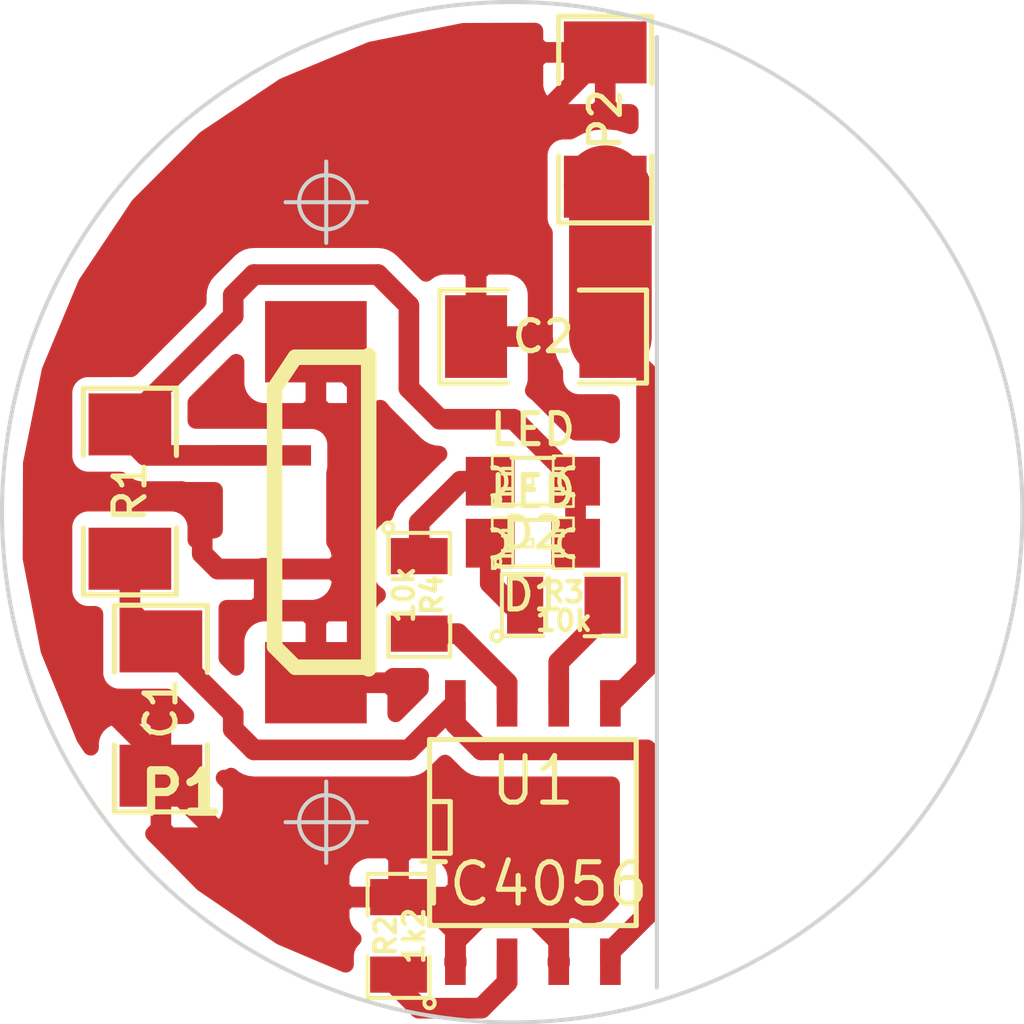
<source format=kicad_pcb>
(kicad_pcb (version 3) (host pcbnew "(22-Jun-2014 BZR 4027)-stable")

  (general
    (links 21)
    (no_connects 0)
    (area 11.384845 11.937999 42.23581 37.340439)
    (thickness 1.6)
    (drawings 4)
    (tracks 81)
    (zones 0)
    (modules 11)
    (nets 10)
  )

  (page A4 portrait)
  (title_block 
    (title TP4056)
  )

  (layers
    (15 F.Cu signal)
    (0 B.Cu signal)
    (16 B.Adhes user)
    (17 F.Adhes user)
    (18 B.Paste user)
    (19 F.Paste user)
    (20 B.SilkS user)
    (21 F.SilkS user)
    (22 B.Mask user)
    (23 F.Mask user)
    (24 Dwgs.User user)
    (25 Cmts.User user)
    (26 Eco1.User user)
    (27 Eco2.User user)
    (28 Edge.Cuts user)
  )

  (setup
    (last_trace_width 2.032)
    (user_trace_width 0.508)
    (user_trace_width 1.016)
    (user_trace_width 2.032)
    (trace_clearance 0.254)
    (zone_clearance 0.4)
    (zone_45_only no)
    (trace_min 0.254)
    (segment_width 0.2)
    (edge_width 0.1)
    (via_size 0.889)
    (via_drill 0.635)
    (via_min_size 0.889)
    (via_min_drill 0.508)
    (uvia_size 0.508)
    (uvia_drill 0.127)
    (uvias_allowed no)
    (uvia_min_size 0.508)
    (uvia_min_drill 0.127)
    (pcb_text_width 0.3)
    (pcb_text_size 1.5 1.5)
    (mod_edge_width 0.15)
    (mod_text_size 1 1)
    (mod_text_width 0.15)
    (pad_size 2.49936 1.99898)
    (pad_drill 0)
    (pad_to_mask_clearance 0)
    (aux_axis_origin 0 0)
    (visible_elements FFFFFFAF)
    (pcbplotparams
      (layerselection 32768)
      (usegerberextensions false)
      (excludeedgelayer true)
      (linewidth 0.150000)
      (plotframeref false)
      (viasonmask false)
      (mode 1)
      (useauxorigin false)
      (hpglpennumber 1)
      (hpglpenspeed 20)
      (hpglpendiameter 15)
      (hpglpenoverlay 2)
      (psnegative true)
      (psa4output false)
      (plotreference true)
      (plotvalue true)
      (plotothertext true)
      (plotinvisibletext false)
      (padsonsilk false)
      (subtractmaskfromsilk false)
      (outputformat 2)
      (mirror true)
      (drillshape 0)
      (scaleselection 1)
      (outputdirectory ""))
  )

  (net 0 "")
  (net 1 +5V)
  (net 2 GND)
  (net 3 N-000001)
  (net 4 N-000002)
  (net 5 N-000003)
  (net 6 N-000004)
  (net 7 N-000005)
  (net 8 N-000006)
  (net 9 N-000007)

  (net_class Default "This is the default net class."
    (clearance 0.254)
    (trace_width 0.254)
    (via_dia 0.889)
    (via_drill 0.635)
    (uvia_dia 0.508)
    (uvia_drill 0.127)
    (add_net "")
    (add_net +5V)
    (add_net GND)
    (add_net N-000001)
    (add_net N-000002)
    (add_net N-000003)
    (add_net N-000004)
    (add_net N-000005)
    (add_net N-000006)
    (add_net N-000007)
  )

  (net_class 0.508 ""
    (clearance 0.508)
    (trace_width 0.508)
    (via_dia 0.889)
    (via_drill 0.635)
    (uvia_dia 0.508)
    (uvia_drill 0.127)
  )

  (module USB_MICRO_V (layer F.Cu) (tedit 57809E31) (tstamp 577D5930)
    (at 16.51 24.638)
    (descr "USB Mini-B 5-pin SMD connector")
    (tags "USB, Mini-B, connector")
    (path /577D516B)
    (fp_text reference P1 (at 0 6.90118) (layer F.SilkS)
      (effects (font (size 1.016 1.016) (thickness 0.2032)))
    )
    (fp_text value MicroUSB (at 0 -7.0993) (layer F.SilkS) hide
      (effects (font (size 1.016 1.016) (thickness 0.2032)))
    )
    (fp_line (start 4.572 -3.81) (end 2.794 -3.81) (layer F.SilkS) (width 0.381))
    (fp_line (start 2.794 -3.81) (end 2.286 -3.048) (layer F.SilkS) (width 0.381))
    (fp_line (start 2.286 -3.048) (end 2.286 3.302) (layer F.SilkS) (width 0.381))
    (fp_line (start 2.286 3.302) (end 2.794 3.81) (layer F.SilkS) (width 0.381))
    (fp_line (start 2.794 3.81) (end 4.572 3.81) (layer F.SilkS) (width 0.381))
    (fp_line (start 4.59994 3.85064) (end 4.59994 -3.85064) (layer F.SilkS) (width 0.381))
    (pad 1 smd rect (at 2.032 -1.397) (size 2.30124 0.50038)
      (layers F.Cu F.Paste F.Mask)
      (net 7 N-000005)
    )
    (pad 5 smd rect (at 2.032 1.397) (size 2.30124 0.50038)
      (layers F.Cu F.Paste F.Mask)
      (net 2 GND)
    )
    (pad 6 smd rect (at 3.302 -4.191) (size 2.49936 1.99898)
      (layers F.Cu F.Paste F.Mask)
      (net 2 GND)
    )
    (pad 8 smd rect (at 3.302 4.191) (size 2.49936 1.99898)
      (layers F.Cu F.Paste F.Mask)
      (net 2 GND)
    )
  )

  (module SO8N (layer F.Cu) (tedit 45127296) (tstamp 577D4EC4)
    (at 25.146 32.512)
    (descr "Module CMS SOJ 8 pins large")
    (tags "CMS SOJ")
    (path /577CCBE4)
    (attr smd)
    (fp_text reference U1 (at 0 -1.27) (layer F.SilkS)
      (effects (font (size 1.143 1.016) (thickness 0.127)))
    )
    (fp_text value TC4056 (at 0 1.27) (layer F.SilkS)
      (effects (font (size 1.016 1.016) (thickness 0.127)))
    )
    (fp_line (start -2.54 -2.286) (end 2.54 -2.286) (layer F.SilkS) (width 0.127))
    (fp_line (start 2.54 -2.286) (end 2.54 2.286) (layer F.SilkS) (width 0.127))
    (fp_line (start 2.54 2.286) (end -2.54 2.286) (layer F.SilkS) (width 0.127))
    (fp_line (start -2.54 2.286) (end -2.54 -2.286) (layer F.SilkS) (width 0.127))
    (fp_line (start -2.54 -0.762) (end -2.032 -0.762) (layer F.SilkS) (width 0.127))
    (fp_line (start -2.032 -0.762) (end -2.032 0.508) (layer F.SilkS) (width 0.127))
    (fp_line (start -2.032 0.508) (end -2.54 0.508) (layer F.SilkS) (width 0.127))
    (pad 8 smd rect (at -1.905 -3.175) (size 0.508 1.143)
      (layers F.Cu F.Paste F.Mask)
      (net 1 +5V)
    )
    (pad 7 smd rect (at -0.635 -3.175) (size 0.508 1.143)
      (layers F.Cu F.Paste F.Mask)
      (net 4 N-000002)
    )
    (pad 6 smd rect (at 0.635 -3.175) (size 0.508 1.143)
      (layers F.Cu F.Paste F.Mask)
      (net 3 N-000001)
    )
    (pad 5 smd rect (at 1.905 -3.175) (size 0.508 1.143)
      (layers F.Cu F.Paste F.Mask)
      (net 9 N-000007)
    )
    (pad 4 smd rect (at 1.905 3.175) (size 0.508 1.143)
      (layers F.Cu F.Paste F.Mask)
      (net 1 +5V)
    )
    (pad 3 smd rect (at 0.635 3.175) (size 0.508 1.143)
      (layers F.Cu F.Paste F.Mask)
      (net 2 GND)
    )
    (pad 2 smd rect (at -0.635 3.175) (size 0.508 1.143)
      (layers F.Cu F.Paste F.Mask)
      (net 8 N-000006)
    )
    (pad 1 smd rect (at -1.905 3.175) (size 0.508 1.143)
      (layers F.Cu F.Paste F.Mask)
      (net 2 GND)
    )
    (model smd/cms_so8.wrl
      (at (xyz 0 0 0))
      (scale (xyz 0.5 0.38 0.5))
      (rotate (xyz 0 0 0))
    )
  )

  (module SM1206 (layer F.Cu) (tedit 42806E24) (tstamp 577D4ED0)
    (at 16.002 29.464 270)
    (path /577CD0FE)
    (attr smd)
    (fp_text reference C1 (at 0 0 270) (layer F.SilkS)
      (effects (font (size 0.762 0.762) (thickness 0.127)))
    )
    (fp_text value 10uF (at 0 0 270) (layer F.SilkS) hide
      (effects (font (size 0.762 0.762) (thickness 0.127)))
    )
    (fp_line (start -2.54 -1.143) (end -2.54 1.143) (layer F.SilkS) (width 0.127))
    (fp_line (start -2.54 1.143) (end -0.889 1.143) (layer F.SilkS) (width 0.127))
    (fp_line (start 0.889 -1.143) (end 2.54 -1.143) (layer F.SilkS) (width 0.127))
    (fp_line (start 2.54 -1.143) (end 2.54 1.143) (layer F.SilkS) (width 0.127))
    (fp_line (start 2.54 1.143) (end 0.889 1.143) (layer F.SilkS) (width 0.127))
    (fp_line (start -0.889 -1.143) (end -2.54 -1.143) (layer F.SilkS) (width 0.127))
    (pad 1 smd rect (at -1.651 0 270) (size 1.524 2.032)
      (layers F.Cu F.Paste F.Mask)
      (net 1 +5V)
    )
    (pad 2 smd rect (at 1.651 0 270) (size 1.524 2.032)
      (layers F.Cu F.Paste F.Mask)
      (net 2 GND)
    )
    (model smd/chip_cms.wrl
      (at (xyz 0 0 0))
      (scale (xyz 0.17 0.16 0.16))
      (rotate (xyz 0 0 0))
    )
  )

  (module SM1206 (layer F.Cu) (tedit 42806E24) (tstamp 577D4EDC)
    (at 25.4 20.32 180)
    (path /577CD10D)
    (attr smd)
    (fp_text reference C2 (at 0 0 180) (layer F.SilkS)
      (effects (font (size 0.762 0.762) (thickness 0.127)))
    )
    (fp_text value 10uf (at 0 0 180) (layer F.SilkS) hide
      (effects (font (size 0.762 0.762) (thickness 0.127)))
    )
    (fp_line (start -2.54 -1.143) (end -2.54 1.143) (layer F.SilkS) (width 0.127))
    (fp_line (start -2.54 1.143) (end -0.889 1.143) (layer F.SilkS) (width 0.127))
    (fp_line (start 0.889 -1.143) (end 2.54 -1.143) (layer F.SilkS) (width 0.127))
    (fp_line (start 2.54 -1.143) (end 2.54 1.143) (layer F.SilkS) (width 0.127))
    (fp_line (start 2.54 1.143) (end 0.889 1.143) (layer F.SilkS) (width 0.127))
    (fp_line (start -0.889 -1.143) (end -2.54 -1.143) (layer F.SilkS) (width 0.127))
    (pad 1 smd rect (at -1.651 0 180) (size 1.524 2.032)
      (layers F.Cu F.Paste F.Mask)
      (net 9 N-000007)
    )
    (pad 2 smd rect (at 1.651 0 180) (size 1.524 2.032)
      (layers F.Cu F.Paste F.Mask)
      (net 2 GND)
    )
    (model smd/chip_cms.wrl
      (at (xyz 0 0 0))
      (scale (xyz 0.17 0.16 0.16))
      (rotate (xyz 0 0 0))
    )
  )

  (module SM1206 (layer F.Cu) (tedit 42806E24) (tstamp 577D4EE8)
    (at 15.24 24.13 270)
    (path /577CD154)
    (attr smd)
    (fp_text reference R1 (at 0 0 270) (layer F.SilkS)
      (effects (font (size 0.762 0.762) (thickness 0.127)))
    )
    (fp_text value 0 (at 0 0 270) (layer F.SilkS) hide
      (effects (font (size 0.762 0.762) (thickness 0.127)))
    )
    (fp_line (start -2.54 -1.143) (end -2.54 1.143) (layer F.SilkS) (width 0.127))
    (fp_line (start -2.54 1.143) (end -0.889 1.143) (layer F.SilkS) (width 0.127))
    (fp_line (start 0.889 -1.143) (end 2.54 -1.143) (layer F.SilkS) (width 0.127))
    (fp_line (start 2.54 -1.143) (end 2.54 1.143) (layer F.SilkS) (width 0.127))
    (fp_line (start 2.54 1.143) (end 0.889 1.143) (layer F.SilkS) (width 0.127))
    (fp_line (start -0.889 -1.143) (end -2.54 -1.143) (layer F.SilkS) (width 0.127))
    (pad 1 smd rect (at -1.651 0 270) (size 1.524 2.032)
      (layers F.Cu F.Paste F.Mask)
      (net 7 N-000005)
    )
    (pad 2 smd rect (at 1.651 0 270) (size 1.524 2.032)
      (layers F.Cu F.Paste F.Mask)
      (net 1 +5V)
    )
    (model smd/chip_cms.wrl
      (at (xyz 0 0 0))
      (scale (xyz 0.17 0.16 0.16))
      (rotate (xyz 0 0 0))
    )
  )

  (module SM0805 (layer F.Cu) (tedit 5091495C) (tstamp 577D4EF5)
    (at 21.844 35.052 90)
    (path /577CD127)
    (attr smd)
    (fp_text reference R2 (at 0 -0.3175 90) (layer F.SilkS)
      (effects (font (size 0.50038 0.50038) (thickness 0.10922)))
    )
    (fp_text value 1k2 (at 0 0.381 90) (layer F.SilkS)
      (effects (font (size 0.50038 0.50038) (thickness 0.10922)))
    )
    (fp_circle (center -1.651 0.762) (end -1.651 0.635) (layer F.SilkS) (width 0.09906))
    (fp_line (start -0.508 0.762) (end -1.524 0.762) (layer F.SilkS) (width 0.09906))
    (fp_line (start -1.524 0.762) (end -1.524 -0.762) (layer F.SilkS) (width 0.09906))
    (fp_line (start -1.524 -0.762) (end -0.508 -0.762) (layer F.SilkS) (width 0.09906))
    (fp_line (start 0.508 -0.762) (end 1.524 -0.762) (layer F.SilkS) (width 0.09906))
    (fp_line (start 1.524 -0.762) (end 1.524 0.762) (layer F.SilkS) (width 0.09906))
    (fp_line (start 1.524 0.762) (end 0.508 0.762) (layer F.SilkS) (width 0.09906))
    (pad 1 smd rect (at -0.9525 0 90) (size 0.889 1.397)
      (layers F.Cu F.Paste F.Mask)
      (net 8 N-000006)
    )
    (pad 2 smd rect (at 0.9525 0 90) (size 0.889 1.397)
      (layers F.Cu F.Paste F.Mask)
      (net 2 GND)
    )
    (model smd/chip_cms.wrl
      (at (xyz 0 0 0))
      (scale (xyz 0.1 0.1 0.1))
      (rotate (xyz 0 0 0))
    )
  )

  (module SM0805 (layer F.Cu) (tedit 5091495C) (tstamp 577D4F02)
    (at 25.908 26.924)
    (path /577CD136)
    (attr smd)
    (fp_text reference R3 (at 0 -0.3175) (layer F.SilkS)
      (effects (font (size 0.50038 0.50038) (thickness 0.10922)))
    )
    (fp_text value 10k (at 0 0.381) (layer F.SilkS)
      (effects (font (size 0.50038 0.50038) (thickness 0.10922)))
    )
    (fp_circle (center -1.651 0.762) (end -1.651 0.635) (layer F.SilkS) (width 0.09906))
    (fp_line (start -0.508 0.762) (end -1.524 0.762) (layer F.SilkS) (width 0.09906))
    (fp_line (start -1.524 0.762) (end -1.524 -0.762) (layer F.SilkS) (width 0.09906))
    (fp_line (start -1.524 -0.762) (end -0.508 -0.762) (layer F.SilkS) (width 0.09906))
    (fp_line (start 0.508 -0.762) (end 1.524 -0.762) (layer F.SilkS) (width 0.09906))
    (fp_line (start 1.524 -0.762) (end 1.524 0.762) (layer F.SilkS) (width 0.09906))
    (fp_line (start 1.524 0.762) (end 0.508 0.762) (layer F.SilkS) (width 0.09906))
    (pad 1 smd rect (at -0.9525 0) (size 0.889 1.397)
      (layers F.Cu F.Paste F.Mask)
      (net 5 N-000003)
    )
    (pad 2 smd rect (at 0.9525 0) (size 0.889 1.397)
      (layers F.Cu F.Paste F.Mask)
      (net 3 N-000001)
    )
    (model smd/chip_cms.wrl
      (at (xyz 0 0 0))
      (scale (xyz 0.1 0.1 0.1))
      (rotate (xyz 0 0 0))
    )
  )

  (module SM0805 (layer F.Cu) (tedit 5091495C) (tstamp 577D4F0F)
    (at 22.352 26.67 270)
    (path /577CD145)
    (attr smd)
    (fp_text reference R4 (at 0 -0.3175 270) (layer F.SilkS)
      (effects (font (size 0.50038 0.50038) (thickness 0.10922)))
    )
    (fp_text value 10k (at 0 0.381 270) (layer F.SilkS)
      (effects (font (size 0.50038 0.50038) (thickness 0.10922)))
    )
    (fp_circle (center -1.651 0.762) (end -1.651 0.635) (layer F.SilkS) (width 0.09906))
    (fp_line (start -0.508 0.762) (end -1.524 0.762) (layer F.SilkS) (width 0.09906))
    (fp_line (start -1.524 0.762) (end -1.524 -0.762) (layer F.SilkS) (width 0.09906))
    (fp_line (start -1.524 -0.762) (end -0.508 -0.762) (layer F.SilkS) (width 0.09906))
    (fp_line (start 0.508 -0.762) (end 1.524 -0.762) (layer F.SilkS) (width 0.09906))
    (fp_line (start 1.524 -0.762) (end 1.524 0.762) (layer F.SilkS) (width 0.09906))
    (fp_line (start 1.524 0.762) (end 0.508 0.762) (layer F.SilkS) (width 0.09906))
    (pad 1 smd rect (at -0.9525 0 270) (size 0.889 1.397)
      (layers F.Cu F.Paste F.Mask)
      (net 6 N-000004)
    )
    (pad 2 smd rect (at 0.9525 0 270) (size 0.889 1.397)
      (layers F.Cu F.Paste F.Mask)
      (net 4 N-000002)
    )
    (model smd/chip_cms.wrl
      (at (xyz 0 0 0))
      (scale (xyz 0.1 0.1 0.1))
      (rotate (xyz 0 0 0))
    )
  )

  (module LED-0805 (layer F.Cu) (tedit 49DC4C0B) (tstamp 577E04BE)
    (at 25.146 23.876 180)
    (descr "LED 0805 smd package")
    (tags "LED 0805 SMD")
    (path /577E00D6)
    (attr smd)
    (fp_text reference D2 (at 0 -1.27 180) (layer F.SilkS)
      (effects (font (size 0.762 0.762) (thickness 0.127)))
    )
    (fp_text value LED (at 0 1.27 180) (layer F.SilkS)
      (effects (font (size 0.762 0.762) (thickness 0.127)))
    )
    (fp_line (start 0.49784 0.29972) (end 0.49784 0.62484) (layer F.SilkS) (width 0.06604))
    (fp_line (start 0.49784 0.62484) (end 0.99822 0.62484) (layer F.SilkS) (width 0.06604))
    (fp_line (start 0.99822 0.29972) (end 0.99822 0.62484) (layer F.SilkS) (width 0.06604))
    (fp_line (start 0.49784 0.29972) (end 0.99822 0.29972) (layer F.SilkS) (width 0.06604))
    (fp_line (start 0.49784 -0.32258) (end 0.49784 -0.17272) (layer F.SilkS) (width 0.06604))
    (fp_line (start 0.49784 -0.17272) (end 0.7493 -0.17272) (layer F.SilkS) (width 0.06604))
    (fp_line (start 0.7493 -0.32258) (end 0.7493 -0.17272) (layer F.SilkS) (width 0.06604))
    (fp_line (start 0.49784 -0.32258) (end 0.7493 -0.32258) (layer F.SilkS) (width 0.06604))
    (fp_line (start 0.49784 0.17272) (end 0.49784 0.32258) (layer F.SilkS) (width 0.06604))
    (fp_line (start 0.49784 0.32258) (end 0.7493 0.32258) (layer F.SilkS) (width 0.06604))
    (fp_line (start 0.7493 0.17272) (end 0.7493 0.32258) (layer F.SilkS) (width 0.06604))
    (fp_line (start 0.49784 0.17272) (end 0.7493 0.17272) (layer F.SilkS) (width 0.06604))
    (fp_line (start 0.49784 -0.19812) (end 0.49784 0.19812) (layer F.SilkS) (width 0.06604))
    (fp_line (start 0.49784 0.19812) (end 0.6731 0.19812) (layer F.SilkS) (width 0.06604))
    (fp_line (start 0.6731 -0.19812) (end 0.6731 0.19812) (layer F.SilkS) (width 0.06604))
    (fp_line (start 0.49784 -0.19812) (end 0.6731 -0.19812) (layer F.SilkS) (width 0.06604))
    (fp_line (start -0.99822 0.29972) (end -0.99822 0.62484) (layer F.SilkS) (width 0.06604))
    (fp_line (start -0.99822 0.62484) (end -0.49784 0.62484) (layer F.SilkS) (width 0.06604))
    (fp_line (start -0.49784 0.29972) (end -0.49784 0.62484) (layer F.SilkS) (width 0.06604))
    (fp_line (start -0.99822 0.29972) (end -0.49784 0.29972) (layer F.SilkS) (width 0.06604))
    (fp_line (start -0.99822 -0.62484) (end -0.99822 -0.29972) (layer F.SilkS) (width 0.06604))
    (fp_line (start -0.99822 -0.29972) (end -0.49784 -0.29972) (layer F.SilkS) (width 0.06604))
    (fp_line (start -0.49784 -0.62484) (end -0.49784 -0.29972) (layer F.SilkS) (width 0.06604))
    (fp_line (start -0.99822 -0.62484) (end -0.49784 -0.62484) (layer F.SilkS) (width 0.06604))
    (fp_line (start -0.7493 0.17272) (end -0.7493 0.32258) (layer F.SilkS) (width 0.06604))
    (fp_line (start -0.7493 0.32258) (end -0.49784 0.32258) (layer F.SilkS) (width 0.06604))
    (fp_line (start -0.49784 0.17272) (end -0.49784 0.32258) (layer F.SilkS) (width 0.06604))
    (fp_line (start -0.7493 0.17272) (end -0.49784 0.17272) (layer F.SilkS) (width 0.06604))
    (fp_line (start -0.7493 -0.32258) (end -0.7493 -0.17272) (layer F.SilkS) (width 0.06604))
    (fp_line (start -0.7493 -0.17272) (end -0.49784 -0.17272) (layer F.SilkS) (width 0.06604))
    (fp_line (start -0.49784 -0.32258) (end -0.49784 -0.17272) (layer F.SilkS) (width 0.06604))
    (fp_line (start -0.7493 -0.32258) (end -0.49784 -0.32258) (layer F.SilkS) (width 0.06604))
    (fp_line (start -0.6731 -0.19812) (end -0.6731 0.19812) (layer F.SilkS) (width 0.06604))
    (fp_line (start -0.6731 0.19812) (end -0.49784 0.19812) (layer F.SilkS) (width 0.06604))
    (fp_line (start -0.49784 -0.19812) (end -0.49784 0.19812) (layer F.SilkS) (width 0.06604))
    (fp_line (start -0.6731 -0.19812) (end -0.49784 -0.19812) (layer F.SilkS) (width 0.06604))
    (fp_line (start 0 -0.09906) (end 0 0.09906) (layer F.SilkS) (width 0.06604))
    (fp_line (start 0 0.09906) (end 0.19812 0.09906) (layer F.SilkS) (width 0.06604))
    (fp_line (start 0.19812 -0.09906) (end 0.19812 0.09906) (layer F.SilkS) (width 0.06604))
    (fp_line (start 0 -0.09906) (end 0.19812 -0.09906) (layer F.SilkS) (width 0.06604))
    (fp_line (start 0.49784 -0.59944) (end 0.49784 -0.29972) (layer F.SilkS) (width 0.06604))
    (fp_line (start 0.49784 -0.29972) (end 0.79756 -0.29972) (layer F.SilkS) (width 0.06604))
    (fp_line (start 0.79756 -0.59944) (end 0.79756 -0.29972) (layer F.SilkS) (width 0.06604))
    (fp_line (start 0.49784 -0.59944) (end 0.79756 -0.59944) (layer F.SilkS) (width 0.06604))
    (fp_line (start 0.92456 -0.62484) (end 0.92456 -0.39878) (layer F.SilkS) (width 0.06604))
    (fp_line (start 0.92456 -0.39878) (end 0.99822 -0.39878) (layer F.SilkS) (width 0.06604))
    (fp_line (start 0.99822 -0.62484) (end 0.99822 -0.39878) (layer F.SilkS) (width 0.06604))
    (fp_line (start 0.92456 -0.62484) (end 0.99822 -0.62484) (layer F.SilkS) (width 0.06604))
    (fp_line (start 0.52324 0.57404) (end -0.52324 0.57404) (layer F.SilkS) (width 0.1016))
    (fp_line (start -0.49784 -0.57404) (end 0.92456 -0.57404) (layer F.SilkS) (width 0.1016))
    (fp_circle (center 0.84836 -0.44958) (end 0.89916 -0.50038) (layer F.SilkS) (width 0.0508))
    (fp_arc (start 0.99822 0) (end 0.99822 0.34798) (angle 180) (layer F.SilkS) (width 0.1016))
    (fp_arc (start -0.99822 0) (end -0.99822 -0.34798) (angle 180) (layer F.SilkS) (width 0.1016))
    (pad 1 smd rect (at -1.04902 0 180) (size 1.19888 1.19888)
      (layers F.Cu F.Paste F.Mask)
      (net 7 N-000005)
    )
    (pad 2 smd rect (at 1.04902 0 180) (size 1.19888 1.19888)
      (layers F.Cu F.Paste F.Mask)
      (net 6 N-000004)
    )
  )

  (module LED-0805 (layer F.Cu) (tedit 49DC4C0B) (tstamp 577E04FB)
    (at 25.146 25.4 180)
    (descr "LED 0805 smd package")
    (tags "LED 0805 SMD")
    (path /577E00BA)
    (attr smd)
    (fp_text reference D1 (at 0 -1.27 180) (layer F.SilkS)
      (effects (font (size 0.762 0.762) (thickness 0.127)))
    )
    (fp_text value LED (at 0 1.27 180) (layer F.SilkS)
      (effects (font (size 0.762 0.762) (thickness 0.127)))
    )
    (fp_line (start 0.49784 0.29972) (end 0.49784 0.62484) (layer F.SilkS) (width 0.06604))
    (fp_line (start 0.49784 0.62484) (end 0.99822 0.62484) (layer F.SilkS) (width 0.06604))
    (fp_line (start 0.99822 0.29972) (end 0.99822 0.62484) (layer F.SilkS) (width 0.06604))
    (fp_line (start 0.49784 0.29972) (end 0.99822 0.29972) (layer F.SilkS) (width 0.06604))
    (fp_line (start 0.49784 -0.32258) (end 0.49784 -0.17272) (layer F.SilkS) (width 0.06604))
    (fp_line (start 0.49784 -0.17272) (end 0.7493 -0.17272) (layer F.SilkS) (width 0.06604))
    (fp_line (start 0.7493 -0.32258) (end 0.7493 -0.17272) (layer F.SilkS) (width 0.06604))
    (fp_line (start 0.49784 -0.32258) (end 0.7493 -0.32258) (layer F.SilkS) (width 0.06604))
    (fp_line (start 0.49784 0.17272) (end 0.49784 0.32258) (layer F.SilkS) (width 0.06604))
    (fp_line (start 0.49784 0.32258) (end 0.7493 0.32258) (layer F.SilkS) (width 0.06604))
    (fp_line (start 0.7493 0.17272) (end 0.7493 0.32258) (layer F.SilkS) (width 0.06604))
    (fp_line (start 0.49784 0.17272) (end 0.7493 0.17272) (layer F.SilkS) (width 0.06604))
    (fp_line (start 0.49784 -0.19812) (end 0.49784 0.19812) (layer F.SilkS) (width 0.06604))
    (fp_line (start 0.49784 0.19812) (end 0.6731 0.19812) (layer F.SilkS) (width 0.06604))
    (fp_line (start 0.6731 -0.19812) (end 0.6731 0.19812) (layer F.SilkS) (width 0.06604))
    (fp_line (start 0.49784 -0.19812) (end 0.6731 -0.19812) (layer F.SilkS) (width 0.06604))
    (fp_line (start -0.99822 0.29972) (end -0.99822 0.62484) (layer F.SilkS) (width 0.06604))
    (fp_line (start -0.99822 0.62484) (end -0.49784 0.62484) (layer F.SilkS) (width 0.06604))
    (fp_line (start -0.49784 0.29972) (end -0.49784 0.62484) (layer F.SilkS) (width 0.06604))
    (fp_line (start -0.99822 0.29972) (end -0.49784 0.29972) (layer F.SilkS) (width 0.06604))
    (fp_line (start -0.99822 -0.62484) (end -0.99822 -0.29972) (layer F.SilkS) (width 0.06604))
    (fp_line (start -0.99822 -0.29972) (end -0.49784 -0.29972) (layer F.SilkS) (width 0.06604))
    (fp_line (start -0.49784 -0.62484) (end -0.49784 -0.29972) (layer F.SilkS) (width 0.06604))
    (fp_line (start -0.99822 -0.62484) (end -0.49784 -0.62484) (layer F.SilkS) (width 0.06604))
    (fp_line (start -0.7493 0.17272) (end -0.7493 0.32258) (layer F.SilkS) (width 0.06604))
    (fp_line (start -0.7493 0.32258) (end -0.49784 0.32258) (layer F.SilkS) (width 0.06604))
    (fp_line (start -0.49784 0.17272) (end -0.49784 0.32258) (layer F.SilkS) (width 0.06604))
    (fp_line (start -0.7493 0.17272) (end -0.49784 0.17272) (layer F.SilkS) (width 0.06604))
    (fp_line (start -0.7493 -0.32258) (end -0.7493 -0.17272) (layer F.SilkS) (width 0.06604))
    (fp_line (start -0.7493 -0.17272) (end -0.49784 -0.17272) (layer F.SilkS) (width 0.06604))
    (fp_line (start -0.49784 -0.32258) (end -0.49784 -0.17272) (layer F.SilkS) (width 0.06604))
    (fp_line (start -0.7493 -0.32258) (end -0.49784 -0.32258) (layer F.SilkS) (width 0.06604))
    (fp_line (start -0.6731 -0.19812) (end -0.6731 0.19812) (layer F.SilkS) (width 0.06604))
    (fp_line (start -0.6731 0.19812) (end -0.49784 0.19812) (layer F.SilkS) (width 0.06604))
    (fp_line (start -0.49784 -0.19812) (end -0.49784 0.19812) (layer F.SilkS) (width 0.06604))
    (fp_line (start -0.6731 -0.19812) (end -0.49784 -0.19812) (layer F.SilkS) (width 0.06604))
    (fp_line (start 0 -0.09906) (end 0 0.09906) (layer F.SilkS) (width 0.06604))
    (fp_line (start 0 0.09906) (end 0.19812 0.09906) (layer F.SilkS) (width 0.06604))
    (fp_line (start 0.19812 -0.09906) (end 0.19812 0.09906) (layer F.SilkS) (width 0.06604))
    (fp_line (start 0 -0.09906) (end 0.19812 -0.09906) (layer F.SilkS) (width 0.06604))
    (fp_line (start 0.49784 -0.59944) (end 0.49784 -0.29972) (layer F.SilkS) (width 0.06604))
    (fp_line (start 0.49784 -0.29972) (end 0.79756 -0.29972) (layer F.SilkS) (width 0.06604))
    (fp_line (start 0.79756 -0.59944) (end 0.79756 -0.29972) (layer F.SilkS) (width 0.06604))
    (fp_line (start 0.49784 -0.59944) (end 0.79756 -0.59944) (layer F.SilkS) (width 0.06604))
    (fp_line (start 0.92456 -0.62484) (end 0.92456 -0.39878) (layer F.SilkS) (width 0.06604))
    (fp_line (start 0.92456 -0.39878) (end 0.99822 -0.39878) (layer F.SilkS) (width 0.06604))
    (fp_line (start 0.99822 -0.62484) (end 0.99822 -0.39878) (layer F.SilkS) (width 0.06604))
    (fp_line (start 0.92456 -0.62484) (end 0.99822 -0.62484) (layer F.SilkS) (width 0.06604))
    (fp_line (start 0.52324 0.57404) (end -0.52324 0.57404) (layer F.SilkS) (width 0.1016))
    (fp_line (start -0.49784 -0.57404) (end 0.92456 -0.57404) (layer F.SilkS) (width 0.1016))
    (fp_circle (center 0.84836 -0.44958) (end 0.89916 -0.50038) (layer F.SilkS) (width 0.0508))
    (fp_arc (start 0.99822 0) (end 0.99822 0.34798) (angle 180) (layer F.SilkS) (width 0.1016))
    (fp_arc (start -0.99822 0) (end -0.99822 -0.34798) (angle 180) (layer F.SilkS) (width 0.1016))
    (pad 1 smd rect (at -1.04902 0 180) (size 1.19888 1.19888)
      (layers F.Cu F.Paste F.Mask)
      (net 7 N-000005)
    )
    (pad 2 smd rect (at 1.04902 0 180) (size 1.19888 1.19888)
      (layers F.Cu F.Paste F.Mask)
      (net 5 N-000003)
    )
  )

  (module SM1206 (layer F.Cu) (tedit 42806E24) (tstamp 577E9C72)
    (at 26.924 14.986 90)
    (path /577E9BC5)
    (attr smd)
    (fp_text reference P2 (at 0 0 90) (layer F.SilkS)
      (effects (font (size 0.762 0.762) (thickness 0.127)))
    )
    (fp_text value BAT (at 0 0 90) (layer F.SilkS) hide
      (effects (font (size 0.762 0.762) (thickness 0.127)))
    )
    (fp_line (start -2.54 -1.143) (end -2.54 1.143) (layer F.SilkS) (width 0.127))
    (fp_line (start -2.54 1.143) (end -0.889 1.143) (layer F.SilkS) (width 0.127))
    (fp_line (start 0.889 -1.143) (end 2.54 -1.143) (layer F.SilkS) (width 0.127))
    (fp_line (start 2.54 -1.143) (end 2.54 1.143) (layer F.SilkS) (width 0.127))
    (fp_line (start 2.54 1.143) (end 0.889 1.143) (layer F.SilkS) (width 0.127))
    (fp_line (start -0.889 -1.143) (end -2.54 -1.143) (layer F.SilkS) (width 0.127))
    (pad 1 smd rect (at -1.651 0 90) (size 1.524 2.032)
      (layers F.Cu F.Paste F.Mask)
      (net 9 N-000007)
    )
    (pad 2 smd rect (at 1.651 0 90) (size 1.524 2.032)
      (layers F.Cu F.Paste F.Mask)
      (net 2 GND)
    )
    (model smd/chip_cms.wrl
      (at (xyz 0 0 0))
      (scale (xyz 0.17 0.16 0.16))
      (rotate (xyz 0 0 0))
    )
  )

  (target plus (at 20.066 32.258) (size 2) (width 0.1) (layer Edge.Cuts))
  (target plus (at 20.066 17.018) (size 2) (width 0.1) (layer Edge.Cuts))
  (gr_circle (center 24.638 24.638) (end 37.138 23.622) (layer Edge.Cuts) (width 0.1))
  (gr_line (start 28.194 12.954) (end 28.194 36.322) (angle 90) (layer Edge.Cuts) (width 0.1))

  (segment (start 23.241 29.337) (end 23.241 29.845) (width 0.508) (layer F.Cu) (net 1))
  (segment (start 27.051 35.433) (end 27.051 35.687) (width 0.508) (layer F.Cu) (net 1) (tstamp 578A488D))
  (segment (start 27.94 34.544) (end 27.051 35.433) (width 0.508) (layer F.Cu) (net 1) (tstamp 578A4889))
  (segment (start 27.94 30.48) (end 27.94 34.544) (width 0.508) (layer F.Cu) (net 1) (tstamp 578A4885))
  (segment (start 23.876 30.48) (end 27.94 30.48) (width 0.508) (layer F.Cu) (net 1) (tstamp 578A487B))
  (segment (start 23.241 29.845) (end 23.876 30.48) (width 0.508) (layer F.Cu) (net 1) (tstamp 578A4867))
  (segment (start 15.24 25.781) (end 15.24 27.051) (width 0.508) (layer F.Cu) (net 1))
  (segment (start 15.24 27.051) (end 16.002 27.813) (width 0.508) (layer F.Cu) (net 1) (tstamp 577F49B3))
  (segment (start 16.002 27.813) (end 17.78 29.591) (width 0.508) (layer F.Cu) (net 1) (tstamp 577F48CE))
  (segment (start 17.78 29.591) (end 17.78 29.972) (width 0.508) (layer F.Cu) (net 1) (tstamp 577F48CF))
  (segment (start 17.78 29.972) (end 18.288 30.48) (width 0.508) (layer F.Cu) (net 1) (tstamp 577F48D3))
  (segment (start 18.288 30.48) (end 22.098 30.48) (width 0.508) (layer F.Cu) (net 1) (tstamp 577F48D6))
  (segment (start 22.098 30.48) (end 23.241 29.337) (width 0.508) (layer F.Cu) (net 1) (tstamp 577F48DA))
  (segment (start 13.462 24.13) (end 13.462 21.336) (width 0.508) (layer F.Cu) (net 2))
  (segment (start 18.034 16.764) (end 23.749 16.764) (width 0.508) (layer F.Cu) (net 2) (tstamp 578A49BF))
  (segment (start 13.462 21.336) (end 18.034 16.764) (width 0.508) (layer F.Cu) (net 2) (tstamp 578A49BC))
  (segment (start 23.749 20.32) (end 23.749 16.764) (width 0.508) (layer F.Cu) (net 2) (status 400000))
  (segment (start 23.749 16.764) (end 23.749 16.51) (width 0.508) (layer F.Cu) (net 2) (tstamp 578A49C4))
  (segment (start 23.749 16.51) (end 26.924 13.335) (width 0.508) (layer F.Cu) (net 2) (tstamp 578A49A9) (status 800000))
  (segment (start 21.844 34.0995) (end 18.9865 34.0995) (width 0.508) (layer F.Cu) (net 2))
  (segment (start 18.9865 34.0995) (end 16.002 31.115) (width 0.508) (layer F.Cu) (net 2) (tstamp 578A4936))
  (segment (start 21.844 34.0995) (end 22.4155 34.0995) (width 0.508) (layer F.Cu) (net 2))
  (segment (start 23.241 34.925) (end 23.241 35.687) (width 0.508) (layer F.Cu) (net 2) (tstamp 578A492F))
  (segment (start 22.4155 34.0995) (end 23.241 34.925) (width 0.508) (layer F.Cu) (net 2) (tstamp 578A492D))
  (segment (start 25.781 35.687) (end 25.781 35.179) (width 0.508) (layer F.Cu) (net 2))
  (segment (start 23.241 35.179) (end 23.241 35.687) (width 0.508) (layer F.Cu) (net 2) (tstamp 578A4929))
  (segment (start 23.876 34.544) (end 23.241 35.179) (width 0.508) (layer F.Cu) (net 2) (tstamp 578A4924))
  (segment (start 25.146 34.544) (end 23.876 34.544) (width 0.508) (layer F.Cu) (net 2) (tstamp 578A4922))
  (segment (start 25.781 35.179) (end 25.146 34.544) (width 0.508) (layer F.Cu) (net 2) (tstamp 578A491F))
  (segment (start 18.542 26.035) (end 20.828 26.035) (width 0.508) (layer F.Cu) (net 2))
  (segment (start 20.828 26.035) (end 20.828 26.162) (width 0.508) (layer F.Cu) (net 2) (tstamp 57809EF0))
  (segment (start 13.462 24.13) (end 16.51 24.13) (width 0.508) (layer F.Cu) (net 2))
  (segment (start 17.399 26.035) (end 18.542 26.035) (width 0.508) (layer F.Cu) (net 2) (tstamp 57809EEC))
  (segment (start 17.018 25.654) (end 17.399 26.035) (width 0.508) (layer F.Cu) (net 2) (tstamp 57809EE9))
  (segment (start 17.018 24.638) (end 17.018 25.654) (width 0.508) (layer F.Cu) (net 2) (tstamp 57809EE5))
  (segment (start 16.51 24.13) (end 17.018 24.638) (width 0.508) (layer F.Cu) (net 2) (tstamp 57809EE2))
  (segment (start 20.828 26.162) (end 20.828 21.463) (width 0.508) (layer F.Cu) (net 2))
  (segment (start 20.828 21.463) (end 19.812 20.447) (width 0.508) (layer F.Cu) (net 2) (tstamp 577F4ADE))
  (segment (start 19.939 28.829) (end 20.828 27.94) (width 0.508) (layer F.Cu) (net 2) (tstamp 577F4A8C))
  (segment (start 19.812 28.829) (end 19.939 28.829) (width 0.508) (layer F.Cu) (net 2))
  (segment (start 20.828 27.94) (end 20.828 26.162) (width 0.508) (layer F.Cu) (net 2) (tstamp 577F4A8D))
  (segment (start 16.002 31.115) (end 16.002 30.734) (width 0.508) (layer F.Cu) (net 2))
  (segment (start 16.002 30.734) (end 13.462 28.194) (width 0.508) (layer F.Cu) (net 2) (tstamp 577F49C5))
  (segment (start 13.462 28.194) (end 13.462 24.13) (width 0.508) (layer F.Cu) (net 2) (tstamp 577F49CB))
  (segment (start 26.8605 26.924) (end 26.8605 27.2415) (width 0.508) (layer F.Cu) (net 3))
  (segment (start 25.781 28.321) (end 25.781 29.337) (width 0.508) (layer F.Cu) (net 3) (tstamp 577F5B38))
  (segment (start 26.8605 27.2415) (end 25.781 28.321) (width 0.508) (layer F.Cu) (net 3) (tstamp 577F5B36))
  (segment (start 22.352 27.6225) (end 23.3045 27.6225) (width 0.508) (layer F.Cu) (net 4))
  (segment (start 24.511 28.829) (end 24.511 29.337) (width 0.508) (layer F.Cu) (net 4) (tstamp 577F5B2B))
  (segment (start 23.3045 27.6225) (end 24.511 28.829) (width 0.508) (layer F.Cu) (net 4) (tstamp 577F5B2A))
  (segment (start 24.9555 26.924) (end 24.638 26.924) (width 0.508) (layer F.Cu) (net 5))
  (segment (start 24.09698 26.38298) (end 24.09698 25.4) (width 0.508) (layer F.Cu) (net 5) (tstamp 577F5B33))
  (segment (start 24.638 26.924) (end 24.09698 26.38298) (width 0.508) (layer F.Cu) (net 5) (tstamp 577F5B32))
  (segment (start 22.352 25.7175) (end 22.352 24.892) (width 0.508) (layer F.Cu) (net 6))
  (segment (start 23.368 23.876) (end 24.09698 23.876) (width 0.508) (layer F.Cu) (net 6) (tstamp 577F5B2F))
  (segment (start 22.352 24.892) (end 23.368 23.876) (width 0.508) (layer F.Cu) (net 6) (tstamp 577F5B2E))
  (segment (start 15.24 22.479) (end 15.24 22.859998) (width 0.508) (layer F.Cu) (net 7))
  (segment (start 15.621002 23.241) (end 18.542 23.241) (width 0.508) (layer F.Cu) (net 7) (tstamp 57809EB6))
  (segment (start 15.24 22.859998) (end 15.621002 23.241) (width 0.508) (layer F.Cu) (net 7) (tstamp 57809EA6))
  (segment (start 15.24 22.479) (end 15.24 22.352) (width 0.508) (layer F.Cu) (net 7))
  (segment (start 24.67102 22.352) (end 26.19502 23.876) (width 0.508) (layer F.Cu) (net 7) (tstamp 577F49A6))
  (segment (start 22.86 22.352) (end 24.67102 22.352) (width 0.508) (layer F.Cu) (net 7) (tstamp 577F49A3))
  (segment (start 22.098 21.59) (end 22.86 22.352) (width 0.508) (layer F.Cu) (net 7) (tstamp 577F49A1))
  (segment (start 22.098 19.558) (end 22.098 21.59) (width 0.508) (layer F.Cu) (net 7) (tstamp 577F499E))
  (segment (start 21.336 18.796) (end 22.098 19.558) (width 0.508) (layer F.Cu) (net 7) (tstamp 577F4999))
  (segment (start 18.288 18.796) (end 21.336 18.796) (width 0.508) (layer F.Cu) (net 7) (tstamp 577F4997))
  (segment (start 17.78 19.304) (end 18.288 18.796) (width 0.508) (layer F.Cu) (net 7) (tstamp 577F4994))
  (segment (start 17.78 19.812) (end 17.78 19.304) (width 0.508) (layer F.Cu) (net 7) (tstamp 577F4992))
  (segment (start 15.24 22.352) (end 17.78 19.812) (width 0.508) (layer F.Cu) (net 7) (tstamp 577F4987))
  (segment (start 26.19502 23.876) (end 26.19502 25.654) (width 0.508) (layer F.Cu) (net 7) (tstamp 577E9FAC))
  (segment (start 26.19502 23.876) (end 26.19502 25.654) (width 0.254) (layer F.Cu) (net 7) (tstamp 577E9F86))
  (segment (start 21.844 36.0045) (end 21.844 36.322) (width 0.508) (layer F.Cu) (net 8))
  (segment (start 24.511 36.195) (end 24.511 35.687) (width 0.508) (layer F.Cu) (net 8) (tstamp 578A4915))
  (segment (start 23.876 36.83) (end 24.511 36.195) (width 0.508) (layer F.Cu) (net 8) (tstamp 578A4911))
  (segment (start 22.352 36.83) (end 23.876 36.83) (width 0.508) (layer F.Cu) (net 8) (tstamp 578A490B))
  (segment (start 21.844 36.322) (end 22.352 36.83) (width 0.508) (layer F.Cu) (net 8) (tstamp 578A490A))
  (segment (start 27.051 20.32) (end 27.051 16.764) (width 2.032) (layer F.Cu) (net 9) (status C00000))
  (segment (start 27.051 16.764) (end 26.924 16.637) (width 2.032) (layer F.Cu) (net 9) (tstamp 578A49EC) (status C00000))
  (segment (start 27.051 29.337) (end 27.94 28.448) (width 0.508) (layer F.Cu) (net 9))
  (segment (start 27.94 21.209) (end 27.051 20.32) (width 0.508) (layer F.Cu) (net 9) (tstamp 577EA111))
  (segment (start 27.94 28.448) (end 27.94 21.209) (width 0.508) (layer F.Cu) (net 9) (tstamp 577EA109))

  (zone (net 2) (net_name GND) (layer F.Cu) (tstamp 577F4BB3) (hatch none 0.508)
    (connect_pads (clearance 0.4))
    (min_thickness 0.4)
    (fill (mode segment) (arc_segments 32) (thermal_gap 0.508) (thermal_bridge_width 0.508))
    (polygon
      (pts
        (xy 28.194 37.084) (xy 12.192 37.084) (xy 12.192 12.192) (xy 28.194 12.192)
      )
    )
    (filled_polygon
      (pts
        (xy 22.845238 23.205598) (xy 22.834267 23.214546) (xy 22.77262 23.263759) (xy 22.766371 23.269921) (xy 22.766242 23.270027)
        (xy 22.766142 23.270147) (xy 22.76413 23.272132) (xy 21.748131 24.288131) (xy 21.698053 24.349096) (xy 21.647353 24.409518)
        (xy 21.64519 24.413451) (xy 21.642339 24.416923) (xy 21.605069 24.486431) (xy 21.567058 24.555574) (xy 21.565698 24.559858)
        (xy 21.563579 24.563812) (xy 21.540533 24.639191) (xy 21.52547 24.686675) (xy 21.479242 24.695829) (xy 21.370454 24.740668)
        (xy 21.272447 24.805783) (xy 21.188955 24.888695) (xy 21.123157 24.986244) (xy 21.077559 25.094717) (xy 21.053899 25.209979)
        (xy 21.053078 25.327643) (xy 21.053474 26.220833) (xy 21.076329 26.336258) (xy 21.121168 26.445046) (xy 21.186283 26.543053)
        (xy 21.269195 26.626545) (xy 21.333724 26.67007) (xy 21.272447 26.710783) (xy 21.188955 26.793695) (xy 21.123157 26.891244)
        (xy 21.077559 26.999717) (xy 21.053899 27.114979) (xy 21.053853 27.121482) (xy 20.401117 27.1215) (xy 20.401117 26.220712)
        (xy 20.40062 26.266) (xy 20.22362 26.089) (xy 18.596 26.089) (xy 18.596 26.81619) (xy 18.773 26.99319)
        (xy 19.762043 26.99322) (xy 19.898245 26.966251) (xy 20.026614 26.913341) (xy 20.142262 26.836505) (xy 20.240783 26.73867)
        (xy 20.318424 26.623561) (xy 20.372229 26.495564) (xy 20.400148 26.359554) (xy 20.401117 26.220712) (xy 20.401117 27.1215)
        (xy 20.043 27.12151) (xy 19.866 27.29851) (xy 19.866 28.775) (xy 21.59268 28.775) (xy 21.700312 28.667367)
        (xy 21.708143 28.667422) (xy 22.394635 28.667227) (xy 22.387399 28.702479) (xy 22.386578 28.820143) (xy 22.386634 28.983627)
        (xy 21.770061 29.6002) (xy 21.76968 29.06) (xy 21.59268 28.883) (xy 19.866 28.883) (xy 19.866 28.903)
        (xy 19.758 28.903) (xy 19.758 28.883) (xy 19.738 28.883) (xy 19.738 28.775) (xy 19.758 28.775)
        (xy 19.758 27.29851) (xy 19.581 27.12151) (xy 18.492897 27.12148) (xy 18.356695 27.148449) (xy 18.228326 27.201359)
        (xy 18.112678 27.278195) (xy 18.014157 27.37603) (xy 17.936516 27.491139) (xy 17.882711 27.619136) (xy 17.854792 27.755146)
        (xy 17.853823 27.893988) (xy 17.85422 28.457482) (xy 17.618344 28.221606) (xy 17.618026 26.993211) (xy 18.311 26.99319)
        (xy 18.488 26.81619) (xy 18.488 26.089) (xy 18.468 26.089) (xy 18.468 25.981) (xy 18.488 25.981)
        (xy 18.488 25.961) (xy 18.596 25.961) (xy 18.596 25.981) (xy 20.22362 25.981) (xy 20.40062 25.804)
        (xy 20.401117 25.849288) (xy 20.400148 25.710446) (xy 20.372229 25.574436) (xy 20.318424 25.446439) (xy 20.266 25.368716)
        (xy 20.266 23.675565) (xy 20.268561 23.669473) (xy 20.292221 23.554211) (xy 20.293042 23.436547) (xy 20.292646 22.931977)
        (xy 20.269791 22.816552) (xy 20.224952 22.707764) (xy 20.159837 22.609757) (xy 20.076925 22.526265) (xy 19.979376 22.460467)
        (xy 19.870903 22.414869) (xy 19.755641 22.391209) (xy 19.637977 22.390388) (xy 18.585 22.390568) (xy 18.553924 22.387083)
        (xy 18.542 22.387) (xy 16.856214 22.387) (xy 16.856099 21.943638) (xy 17.854131 20.945607) (xy 17.853823 21.382012)
        (xy 17.854792 21.520854) (xy 17.882711 21.656864) (xy 17.936516 21.784861) (xy 18.014157 21.89997) (xy 18.112678 21.997805)
        (xy 18.228326 22.074641) (xy 18.356695 22.127551) (xy 18.492897 22.15452) (xy 19.581 22.15449) (xy 19.758 21.97749)
        (xy 19.758 20.501) (xy 19.738 20.501) (xy 19.738 20.393) (xy 19.758 20.393) (xy 19.758 20.373)
        (xy 19.866 20.373) (xy 19.866 20.393) (xy 19.886 20.393) (xy 19.886 20.501) (xy 19.866 20.501)
        (xy 19.866 21.97749) (xy 20.043 22.15449) (xy 21.131103 22.15452) (xy 21.267305 22.127551) (xy 21.395674 22.074641)
        (xy 21.396215 22.074281) (xy 21.436537 22.12372) (xy 21.485758 22.185379) (xy 21.491921 22.191628) (xy 21.492027 22.191758)
        (xy 21.492146 22.191857) (xy 21.494131 22.193869) (xy 22.25613 22.955869) (xy 22.317093 23.005944) (xy 22.377518 23.056647)
        (xy 22.381455 23.058811) (xy 22.384923 23.06166) (xy 22.45441 23.098919) (xy 22.523574 23.136942) (xy 22.527855 23.1383)
        (xy 22.531811 23.140421) (xy 22.607205 23.163471) (xy 22.682443 23.187338) (xy 22.686908 23.187838) (xy 22.6912 23.189151)
        (xy 22.769607 23.197115) (xy 22.845238 23.205598)
      )
    )
    (filled_polygon
      (pts
        (xy 23.315 35.741) (xy 23.295 35.741) (xy 23.295 35.761) (xy 23.187 35.761) (xy 23.187 35.741)
        (xy 23.167 35.741) (xy 23.167 35.633) (xy 23.187 35.633) (xy 23.187 35.613) (xy 23.295 35.613)
        (xy 23.295 35.633) (xy 23.315 35.633) (xy 23.315 35.741)
      )
    )
    (filled_polygon
      (pts
        (xy 27.544 15.144779) (xy 27.243414 15.052881) (xy 26.929641 15.02101) (xy 26.87 15.026647) (xy 26.87 14.628)
        (xy 26.87 13.389) (xy 25.377 13.389) (xy 25.2 13.566) (xy 25.19997 14.166423) (xy 25.226939 14.302625)
        (xy 25.279849 14.430994) (xy 25.356685 14.546642) (xy 25.45452 14.645163) (xy 25.569629 14.722804) (xy 25.697626 14.776609)
        (xy 25.833636 14.804528) (xy 25.972478 14.805497) (xy 26.693 14.805) (xy 26.87 14.628) (xy 26.87 15.026647)
        (xy 26.615653 15.05069) (xy 26.313409 15.140793) (xy 26.05899 15.274933) (xy 25.849167 15.274974) (xy 25.733742 15.297829)
        (xy 25.624954 15.342668) (xy 25.526947 15.407783) (xy 25.443455 15.490695) (xy 25.377657 15.588244) (xy 25.332059 15.696717)
        (xy 25.308399 15.811979) (xy 25.307578 15.929643) (xy 25.307974 17.457833) (xy 25.330829 17.573258) (xy 25.375668 17.682046)
        (xy 25.435 17.771348) (xy 25.435 20.32) (xy 25.465776 20.633883) (xy 25.556934 20.93581) (xy 25.688933 21.184065)
        (xy 25.688974 21.394833) (xy 25.711829 21.510258) (xy 25.756668 21.619046) (xy 25.821783 21.717053) (xy 25.904695 21.800545)
        (xy 26.002244 21.866343) (xy 26.110717 21.911941) (xy 26.225979 21.935601) (xy 26.343643 21.936422) (xy 27.086 21.936229)
        (xy 27.086 22.749443) (xy 27.081216 22.746217) (xy 26.972743 22.700619) (xy 26.857481 22.676959) (xy 26.739817 22.676138)
        (xy 26.203073 22.676314) (xy 25.274889 21.748131) (xy 25.213923 21.698053) (xy 25.153502 21.647353) (xy 25.149568 21.64519)
        (xy 25.149198 21.644886) (xy 25.190609 21.546374) (xy 25.218528 21.410364) (xy 25.219497 21.271522) (xy 25.219497 19.368478)
        (xy 25.218528 19.229636) (xy 25.190609 19.093626) (xy 25.136804 18.965629) (xy 25.059163 18.85052) (xy 24.960642 18.752685)
        (xy 24.844994 18.675849) (xy 24.716625 18.622939) (xy 24.580423 18.59597) (xy 23.98 18.596) (xy 23.803 18.773)
        (xy 23.803 20.266) (xy 25.042 20.266) (xy 25.219 20.089) (xy 25.219497 19.368478) (xy 25.219497 21.271522)
        (xy 25.219 20.551) (xy 25.042 20.374) (xy 23.803 20.374) (xy 23.803 20.394) (xy 23.695 20.394)
        (xy 23.695 20.374) (xy 23.675 20.374) (xy 23.675 20.266) (xy 23.695 20.266) (xy 23.695 18.773)
        (xy 23.518 18.596) (xy 22.917577 18.59597) (xy 22.781375 18.622939) (xy 22.653006 18.675849) (xy 22.537358 18.752685)
        (xy 22.518826 18.771087) (xy 21.939869 18.192131) (xy 21.878903 18.142053) (xy 21.818482 18.091353) (xy 21.814548 18.08919)
        (xy 21.811077 18.086339) (xy 21.741568 18.049069) (xy 21.672426 18.011058) (xy 21.668141 18.009698) (xy 21.664188 18.007579)
        (xy 21.588808 17.984533) (xy 21.513557 17.960662) (xy 21.509091 17.960161) (xy 21.5048 17.958849) (xy 21.426352 17.95088)
        (xy 21.347924 17.942083) (xy 21.339146 17.942021) (xy 21.33898 17.942005) (xy 21.338824 17.942019) (xy 21.336 17.942)
        (xy 18.288 17.942) (xy 18.209482 17.949698) (xy 18.130905 17.956573) (xy 18.126592 17.957825) (xy 18.122124 17.958264)
        (xy 18.046639 17.981054) (xy 17.970851 18.003073) (xy 17.96686 18.005141) (xy 17.962566 18.006438) (xy 17.892964 18.043445)
        (xy 17.822878 18.079775) (xy 17.819366 18.082577) (xy 17.815404 18.084685) (xy 17.754301 18.134519) (xy 17.692621 18.183758)
        (xy 17.686367 18.189924) (xy 17.686242 18.190027) (xy 17.686146 18.190142) (xy 17.68413 18.192131) (xy 17.176131 18.700131)
        (xy 17.126053 18.761096) (xy 17.075353 18.821518) (xy 17.07319 18.825451) (xy 17.070339 18.828923) (xy 17.033069 18.898431)
        (xy 16.995058 18.967574) (xy 16.993698 18.971858) (xy 16.991579 18.975812) (xy 16.968533 19.051191) (xy 16.944662 19.126443)
        (xy 16.944161 19.130908) (xy 16.942849 19.1352) (xy 16.93488 19.213647) (xy 16.926083 19.292076) (xy 16.926021 19.300853)
        (xy 16.926005 19.30102) (xy 16.926019 19.301175) (xy 16.926 19.304) (xy 16.926 19.458261) (xy 15.267502 21.116759)
        (xy 14.165167 21.116974) (xy 14.049742 21.139829) (xy 13.940954 21.184668) (xy 13.842947 21.249783) (xy 13.759455 21.332695)
        (xy 13.693657 21.430244) (xy 13.648059 21.538717) (xy 13.624399 21.653979) (xy 13.623578 21.771643) (xy 13.623974 23.299833)
        (xy 13.646829 23.415258) (xy 13.691668 23.524046) (xy 13.756783 23.622053) (xy 13.839695 23.705545) (xy 13.937244 23.771343)
        (xy 14.045717 23.816941) (xy 14.160979 23.840601) (xy 14.278643 23.841422) (xy 15.013543 23.841279) (xy 15.017133 23.844869)
        (xy 15.078098 23.894946) (xy 15.13852 23.945647) (xy 15.142453 23.947809) (xy 15.145925 23.950661) (xy 15.215433 23.98793)
        (xy 15.284576 24.025942) (xy 15.28886 24.027301) (xy 15.292814 24.029421) (xy 15.368193 24.052466) (xy 15.443445 24.076338)
        (xy 15.44791 24.076838) (xy 15.452202 24.078151) (xy 15.530653 24.08612) (xy 15.609078 24.094917) (xy 15.617854 24.094978)
        (xy 15.618021 24.094995) (xy 15.618176 24.09498) (xy 15.621002 24.095) (xy 17.326 24.095) (xy 17.326 25.07678)
        (xy 17.321957 25.07678) (xy 17.185755 25.103749) (xy 17.057386 25.156659) (xy 16.941738 25.233495) (xy 16.856118 25.318517)
        (xy 16.856026 24.960167) (xy 16.833171 24.844742) (xy 16.788332 24.735954) (xy 16.723217 24.637947) (xy 16.640305 24.554455)
        (xy 16.542756 24.488657) (xy 16.434283 24.443059) (xy 16.319021 24.419399) (xy 16.201357 24.418578) (xy 14.165167 24.418974)
        (xy 14.049742 24.441829) (xy 13.940954 24.486668) (xy 13.842947 24.551783) (xy 13.759455 24.634695) (xy 13.693657 24.732244)
        (xy 13.648059 24.840717) (xy 13.624399 24.955979) (xy 13.623578 25.073643) (xy 13.623974 26.601833) (xy 13.646829 26.717258)
        (xy 13.691668 26.826046) (xy 13.756783 26.924053) (xy 13.839695 27.007545) (xy 13.937244 27.073343) (xy 14.045717 27.118941)
        (xy 14.160979 27.142601) (xy 14.278643 27.143422) (xy 14.385587 27.143401) (xy 14.385974 28.633833) (xy 14.408829 28.749258)
        (xy 14.453668 28.858046) (xy 14.518783 28.956053) (xy 14.601695 29.039545) (xy 14.699244 29.105343) (xy 14.807717 29.150941)
        (xy 14.922979 29.174601) (xy 15.040643 29.175422) (xy 16.156466 29.175204) (xy 16.62599 29.644728) (xy 16.233 29.645)
        (xy 16.056 29.822) (xy 16.056 31.061) (xy 16.076 31.061) (xy 16.076 31.169) (xy 16.056 31.169)
        (xy 16.056 32.408) (xy 16.233 32.585) (xy 16.953522 32.585497) (xy 17.092364 32.584528) (xy 17.228374 32.556609)
        (xy 17.356371 32.502804) (xy 17.47148 32.425163) (xy 17.569315 32.326642) (xy 17.646151 32.210994) (xy 17.699061 32.082625)
        (xy 17.72603 31.946423) (xy 17.726 31.346) (xy 17.549002 31.169002) (xy 17.726 31.169002) (xy 17.726 31.118261)
        (xy 17.74512 31.133967) (xy 17.805518 31.184647) (xy 17.809451 31.186809) (xy 17.812923 31.189661) (xy 17.882431 31.22693)
        (xy 17.951574 31.264942) (xy 17.955858 31.266301) (xy 17.959812 31.268421) (xy 18.035191 31.291466) (xy 18.110443 31.315338)
        (xy 18.114908 31.315838) (xy 18.1192 31.317151) (xy 18.197607 31.325115) (xy 18.276076 31.333917) (xy 18.284863 31.333978)
        (xy 18.285019 31.333994) (xy 18.285164 31.33398) (xy 18.288 31.334) (xy 22.098 31.334) (xy 22.176521 31.326301)
        (xy 22.255094 31.319427) (xy 22.259405 31.318174) (xy 22.263876 31.317736) (xy 22.339372 31.294941) (xy 22.415149 31.272927)
        (xy 22.419139 31.270858) (xy 22.423434 31.269562) (xy 22.493055 31.232543) (xy 22.563121 31.196225) (xy 22.56663 31.193423)
        (xy 22.570596 31.191315) (xy 22.63172 31.141462) (xy 22.693379 31.092242) (xy 22.699628 31.086078) (xy 22.699758 31.085973)
        (xy 22.699857 31.085853) (xy 22.701869 31.083869) (xy 22.986999 30.798738) (xy 23.27213 31.083869) (xy 23.333093 31.133944)
        (xy 23.393518 31.184647) (xy 23.397455 31.186811) (xy 23.400923 31.18966) (xy 23.470392 31.226908) (xy 23.539574 31.264942)
        (xy 23.543858 31.266301) (xy 23.547812 31.268421) (xy 23.623191 31.291466) (xy 23.698443 31.315338) (xy 23.702908 31.315838)
        (xy 23.7072 31.317151) (xy 23.785607 31.325115) (xy 23.864076 31.333917) (xy 23.872863 31.333978) (xy 23.873019 31.333994)
        (xy 23.873164 31.33398) (xy 23.876 31.334) (xy 27.086 31.334) (xy 27.086 34.190261) (xy 26.760805 34.515456)
        (xy 26.738167 34.515474) (xy 26.622742 34.538329) (xy 26.513954 34.583168) (xy 26.507845 34.587226) (xy 26.484642 34.564185)
        (xy 26.368994 34.487349) (xy 26.240625 34.434439) (xy 26.104423 34.40747) (xy 26.012 34.4075) (xy 25.835 34.5845)
        (xy 25.835 35.633) (xy 25.855 35.633) (xy 25.855 35.741) (xy 25.835 35.741) (xy 25.835 35.761)
        (xy 25.727 35.761) (xy 25.727 35.741) (xy 25.707 35.741) (xy 25.707 35.633) (xy 25.727 35.633)
        (xy 25.727 34.5845) (xy 25.55 34.4075) (xy 25.457577 34.40747) (xy 25.321375 34.434439) (xy 25.193006 34.487349)
        (xy 25.077358 34.564185) (xy 25.054425 34.586957) (xy 25.051756 34.585157) (xy 24.943283 34.539559) (xy 24.828021 34.515899)
        (xy 24.710357 34.515078) (xy 24.198167 34.515474) (xy 24.082742 34.538329) (xy 23.973954 34.583168) (xy 23.967845 34.587226)
        (xy 23.944642 34.564185) (xy 23.828994 34.487349) (xy 23.700625 34.434439) (xy 23.564423 34.40747) (xy 23.472 34.4075)
        (xy 23.295002 34.584498) (xy 23.295002 34.4075) (xy 23.25053 34.4075) (xy 23.25053 33.585577) (xy 23.223561 33.449375)
        (xy 23.170651 33.321006) (xy 23.093815 33.205358) (xy 22.99598 33.106837) (xy 22.880871 33.029196) (xy 22.752874 32.975391)
        (xy 22.616864 32.947472) (xy 22.478022 32.946503) (xy 22.075 32.947) (xy 21.898 33.124) (xy 21.898 34.0455)
        (xy 23.0735 34.0455) (xy 23.2505 33.8685) (xy 23.25053 33.585577) (xy 23.25053 34.4075) (xy 23.250508 34.4075)
        (xy 23.2505 34.3305) (xy 23.0735 34.1535) (xy 21.898 34.1535) (xy 21.898 34.1735) (xy 21.79 34.1735)
        (xy 21.79 34.1535) (xy 21.79 34.0455) (xy 21.79 33.124) (xy 21.613 32.947) (xy 21.209978 32.946503)
        (xy 21.071136 32.947472) (xy 20.935126 32.975391) (xy 20.807129 33.029196) (xy 20.69202 33.106837) (xy 20.594185 33.205358)
        (xy 20.517349 33.321006) (xy 20.464439 33.449375) (xy 20.43747 33.585577) (xy 20.4375 33.8685) (xy 20.6145 34.0455)
        (xy 21.79 34.0455) (xy 21.79 34.1535) (xy 20.6145 34.1535) (xy 20.4375 34.3305) (xy 20.43747 34.613423)
        (xy 20.464439 34.749625) (xy 20.517349 34.877994) (xy 20.594185 34.993642) (xy 20.69202 35.092163) (xy 20.735523 35.121505)
        (xy 20.680955 35.175695) (xy 20.615157 35.273244) (xy 20.569559 35.381717) (xy 20.545899 35.496979) (xy 20.545078 35.614643)
        (xy 20.54514 35.754894) (xy 18.946782 35.076432) (xy 17.72603 34.246809) (xy 17.027669 33.772204) (xy 15.814263 32.541736)
        (xy 15.948 32.408) (xy 15.948 31.169) (xy 15.928 31.169) (xy 15.928 31.061) (xy 15.948 31.061)
        (xy 15.948 29.822) (xy 15.771 29.645) (xy 15.050478 29.644503) (xy 14.911636 29.645472) (xy 14.775626 29.673391)
        (xy 14.647629 29.727196) (xy 14.53252 29.804837) (xy 14.434685 29.903358) (xy 14.357849 30.019006) (xy 14.304939 30.147375)
        (xy 14.27797 30.283577) (xy 14.277976 30.4208) (xy 14.121122 30.182919) (xy 13.244401 28.034578) (xy 12.803622 25.766962)
        (xy 12.811756 23.43673) (xy 13.270312 21.162548) (xy 14.161858 19.020746) (xy 15.452441 17.092896) (xy 17.092898 15.452439)
        (xy 19.020745 14.161859) (xy 21.162546 13.270313) (xy 23.436737 12.811756) (xy 25.199985 12.805601) (xy 25.2 13.104)
        (xy 25.377 13.281) (xy 26.87 13.281) (xy 26.87 13.261) (xy 26.978 13.261) (xy 26.978 13.281)
        (xy 26.998 13.281) (xy 26.998 13.389) (xy 26.978 13.389) (xy 26.978 14.628) (xy 27.155 14.805)
        (xy 27.544 14.805268) (xy 27.544 15.144779)
      )
    )
    (fill_segments
      (pts (xy 19.758 20.373) (xy 19.866 20.373))
      (pts (xy 19.758 20.693) (xy 19.866 20.693))
      (pts (xy 17.786738 21.013) (xy 17.854083 21.013))
      (pts (xy 19.758 21.013) (xy 19.866 21.013))
      (pts (xy 17.466738 21.333) (xy 17.853857 21.333))
      (pts (xy 19.758 21.333) (xy 19.866 21.333))
      (pts (xy 17.146738 21.653) (xy 17.881918 21.653))
      (pts (xy 19.758 21.653) (xy 19.866 21.653))
      (pts (xy 16.856106 21.973) (xy 18.0877 21.973))
      (pts (xy 19.758 21.973) (xy 19.866 21.973))
      (pts (xy 16.856189 22.293) (xy 21.593262 22.293))
      (pts (xy 20.161991 22.613) (xy 21.913262 22.613))
      (pts (xy 20.292646 22.933) (xy 22.233262 22.933))
      (pts (xy 20.292897 23.253) (xy 22.786097 23.253))
      (pts (xy 20.288365 23.573) (xy 22.463262 23.573))
      (pts (xy 20.266 23.893) (xy 22.143262 23.893))
      (pts (xy 20.266 24.213) (xy 21.823262 24.213))
      (pts (xy 20.266 24.533) (xy 21.579467 24.533))
      (pts (xy 20.266 24.853) (xy 21.224899 24.853))
      (pts (xy 20.266 25.173) (xy 21.061489 25.173))
      (pts (xy 20.337996 25.493) (xy 21.053152 25.493))
      (pts (xy 20.39162 25.813) (xy 20.400719 25.813))
      (pts (xy 20.400863 25.813) (xy 21.053294 25.813))
      (pts (xy 18.488 26.133) (xy 18.596 26.133))
      (pts (xy 20.26762 26.133) (xy 21.053436 26.133))
      (pts (xy 18.488 26.453) (xy 18.596 26.453))
      (pts (xy 20.380967 26.453) (xy 20.401117 26.453))
      (pts (xy 20.401117 26.453) (xy 21.126453 26.453))
      (pts (xy 18.488 26.773) (xy 18.596 26.773))
      (pts (xy 20.206213 26.773) (xy 20.401117 26.773))
      (pts (xy 20.401117 26.773) (xy 21.209794 26.773))
      (pts (xy 17.618051 27.093) (xy 20.401117 27.093))
      (pts (xy 20.401117 27.093) (xy 21.05841 27.093))
      (pts (xy 17.618134 27.413) (xy 17.98922 27.413))
      (pts (xy 19.758 27.413) (xy 19.866 27.413))
      (pts (xy 17.618217 27.733) (xy 17.859337 27.733))
      (pts (xy 19.758 27.733) (xy 19.866 27.733))
      (pts (xy 17.6183 28.053) (xy 17.853936 28.053))
      (pts (xy 19.758 28.053) (xy 19.866 28.053))
      (pts (xy 17.769738 28.373) (xy 17.854161 28.373))
      (pts (xy 19.758 28.373) (xy 19.866 28.373))
      (pts (xy 19.758 28.693) (xy 19.866 28.693))
      (pts (xy 21.67468 28.693) (xy 22.389344 28.693))
      (pts (xy 21.72268 29.013) (xy 22.357261 29.013))
      (pts (xy 21.769872 29.333) (xy 22.037261 29.333))
      (pts (xy 23.187 35.613) (xy 23.295 35.613))
      (pts (xy 25.199985 12.805601) (xy 25.199985 12.805601))
      (pts (xy 21.880239 13.125601) (xy 25.221601 13.125601))
      (pts (xy 20.741444 13.445601) (xy 25.320399 13.445601))
      (pts (xy 26.87 13.445601) (xy 26.978 13.445601))
      (pts (xy 19.972694 13.765601) (xy 25.19999 13.765601))
      (pts (xy 26.87 13.765601) (xy 26.978 13.765601))
      (pts (xy 19.203944 14.085601) (xy 25.199974 14.085601))
      (pts (xy 26.87 14.085601) (xy 26.978 14.085601))
      (pts (xy 18.656648 14.405601) (xy 25.269383 14.405601))
      (pts (xy 26.87 14.405601) (xy 26.978 14.405601))
      (pts (xy 18.178637 14.725601) (xy 25.576283 14.725601))
      (pts (xy 26.772399 14.725601) (xy 26.87 14.725601))
      (pts (xy 26.87 14.725601) (xy 27.075601 14.725601))
      (pts (xy 17.700626 15.045601) (xy 26.669488 15.045601))
      (pts (xy 27.171741 15.045601) (xy 27.544 15.045601))
      (pts (xy 17.222616 15.365601) (xy 25.590436 15.365601))
      (pts (xy 16.859736 15.685601) (xy 25.336731 15.685601))
      (pts (xy 16.539736 16.005601) (xy 25.307598 16.005601))
      (pts (xy 16.219736 16.325601) (xy 25.307681 16.325601))
      (pts (xy 15.899736 16.645601) (xy 25.307764 16.645601))
      (pts (xy 15.579736 16.965601) (xy 25.307847 16.965601))
      (pts (xy 15.323437 17.285601) (xy 25.30793 17.285601))
      (pts (xy 15.109215 17.605601) (xy 25.34416 17.605601))
      (pts (xy 14.894994 17.925601) (xy 25.435 17.925601))
      (pts (xy 14.680773 18.245601) (xy 17.63066 18.245601))
      (pts (xy 21.993339 18.245601) (xy 25.435 18.245601))
      (pts (xy 14.466551 18.565601) (xy 17.31066 18.565601))
      (pts (xy 22.313339 18.565601) (xy 25.435 18.565601))
      (pts (xy 14.25233 18.885601) (xy 17.039948 18.885601))
      (pts (xy 23.695 18.885601) (xy 23.803 18.885601))
      (pts (xy 25.082825 18.885601) (xy 25.435 18.885601))
      (pts (xy 14.084911 19.205601) (xy 16.935697 19.205601))
      (pts (xy 23.695 19.205601) (xy 23.803 19.205601))
      (pts (xy 25.213594 19.205601) (xy 25.435 19.205601))
      (pts (xy 13.951708 19.525601) (xy 16.85866 19.525601))
      (pts (xy 23.695 19.525601) (xy 23.803 19.525601))
      (pts (xy 25.219389 19.525601) (xy 25.219497 19.525601))
      (pts (xy 25.219497 19.525601) (xy 25.435 19.525601))
      (pts (xy 13.818505 19.845601) (xy 16.53866 19.845601))
      (pts (xy 23.695 19.845601) (xy 23.803 19.845601))
      (pts (xy 25.219168 19.845601) (xy 25.219497 19.845601))
      (pts (xy 25.219497 19.845601) (xy 25.435 19.845601))
      (pts (xy 13.685301 20.165601) (xy 16.21866 20.165601))
      (pts (xy 23.695 20.165601) (xy 23.803 20.165601))
      (pts (xy 25.142399 20.165601) (xy 25.219497 20.165601))
      (pts (xy 25.219497 20.165601) (xy 25.435 20.165601))
      (pts (xy 13.552098 20.485601) (xy 15.89866 20.485601))
      (pts (xy 25.153601 20.485601) (xy 25.219497 20.485601))
      (pts (xy 25.219497 20.485601) (xy 25.451238 20.485601))
      (pts (xy 13.418895 20.805601) (xy 15.57866 20.805601))
      (pts (xy 25.219175 20.805601) (xy 25.219497 20.805601))
      (pts (xy 25.219497 20.805601) (xy 25.517622 20.805601))
      (pts (xy 13.285692 21.125601) (xy 14.121597 21.125601))
      (pts (xy 25.219396 21.125601) (xy 25.219497 21.125601))
      (pts (xy 25.219497 21.125601) (xy 25.657848 21.125601))
      (pts (xy 13.213239 21.445601) (xy 13.687201 21.445601))
      (pts (xy 25.211295 21.445601) (xy 25.699027 21.445601))
      (pts (xy 13.148716 21.765601) (xy 13.62362 21.765601))
      (pts (xy 25.292359 21.765601) (xy 25.869994 21.765601))
      (pts (xy 13.084192 22.085601) (xy 13.62366 22.085601))
      (pts (xy 25.612359 22.085601) (xy 27.086 22.085601))
      (pts (xy 13.019669 22.405601) (xy 13.623743 22.405601))
      (pts (xy 25.932359 22.405601) (xy 27.086 22.405601))
      (pts (xy 12.955145 22.725601) (xy 13.623826 22.725601))
      (pts (xy 27.032172 22.725601) (xy 27.086 22.725601))
      (pts (xy 12.890622 23.045601) (xy 13.623909 23.045601))
      (pts (xy 12.826099 23.365601) (xy 13.636997 23.365601))
      (pts (xy 12.810888 23.685601) (xy 13.81989 23.685601))
      (pts (xy 12.809771 24.005601) (xy 15.247577 24.005601))
      (pts (xy 12.808654 24.325601) (xy 17.326 24.325601))
      (pts (xy 12.807537 24.645601) (xy 13.752098 24.645601))
      (pts (xy 16.728302 24.645601) (xy 17.326 24.645601))
      (pts (xy 12.80642 24.965601) (xy 13.624331 24.965601))
      (pts (xy 16.856027 24.965601) (xy 17.326 24.965601))
      (pts (xy 12.805303 25.285601) (xy 13.623633 25.285601))
      (pts (xy 16.856109 25.285601) (xy 16.889265 25.285601))
      (pts (xy 12.804186 25.605601) (xy 13.623716 25.605601))
      (pts (xy 12.834458 25.925601) (xy 13.623799 25.925601))
      (pts (xy 12.896659 26.245601) (xy 13.623882 26.245601))
      (pts (xy 12.958861 26.565601) (xy 13.623965 26.565601))
      (pts (xy 13.021062 26.885601) (xy 13.731236 26.885601))
      (pts (xy 13.083264 27.205601) (xy 14.385604 27.205601))
      (pts (xy 13.145466 27.525601) (xy 14.385687 27.525601))
      (pts (xy 13.207667 27.845601) (xy 14.38577 27.845601))
      (pts (xy 13.29787 28.165601) (xy 14.385853 28.165601))
      (pts (xy 13.428459 28.485601) (xy 14.385936 28.485601))
      (pts (xy 13.559049 28.805601) (xy 14.432052 28.805601))
      (pts (xy 13.689638 29.125601) (xy 14.747436 29.125601))
      (pts (xy 13.820228 29.445601) (xy 16.426863 29.445601))
      (pts (xy 13.950817 29.765601) (xy 14.59069 29.765601))
      (pts (xy 15.891601 29.765601) (xy 16.112399 29.765601))
      (pts (xy 14.081407 30.085601) (xy 14.3304 30.085601))
      (pts (xy 15.948 30.085601) (xy 16.056 30.085601))
      (pts (xy 14.267954 30.405601) (xy 14.277976 30.405601))
      (pts (xy 15.948 30.405601) (xy 16.056 30.405601))
      (pts (xy 15.948 30.725601) (xy 16.056 30.725601))
      (pts (xy 15.948 31.045601) (xy 16.056 31.045601))
      (pts (xy 22.740137 31.045601) (xy 23.233862 31.045601))
      (pts (xy 15.948 31.365601) (xy 16.056 31.365601))
      (pts (xy 17.726 31.365601) (xy 27.086 31.365601))
      (pts (xy 15.948 31.685601) (xy 16.056 31.685601))
      (pts (xy 17.726016 31.685601) (xy 27.086 31.685601))
      (pts (xy 15.948 32.005601) (xy 16.056 32.005601))
      (pts (xy 17.714313 32.005601) (xy 27.086 32.005601))
      (pts (xy 15.948 32.325601) (xy 16.056 32.325601))
      (pts (xy 17.570007 32.325601) (xy 27.086 32.325601))
      (pts (xy 15.916687 32.645601) (xy 27.086 32.645601))
      (pts (xy 16.23225 32.965601) (xy 20.982818 32.965601))
      (pts (xy 21.631601 32.965601) (xy 22.056399 32.965601))
      (pts (xy 22.705181 32.965601) (xy 27.086 32.965601))
      (pts (xy 16.547813 33.285601) (xy 20.540871 33.285601))
      (pts (xy 21.79 33.285601) (xy 21.898 33.285601))
      (pts (xy 23.147128 33.285601) (xy 27.086 33.285601))
      (pts (xy 16.863376 33.605601) (xy 20.437473 33.605601))
      (pts (xy 21.79 33.605601) (xy 21.898 33.605601))
      (pts (xy 23.250528 33.605601) (xy 23.25053 33.605601))
      (pts (xy 23.25053 33.605601) (xy 27.086 33.605601))
      (pts (xy 17.253386 33.925601) (xy 20.494601 33.925601))
      (pts (xy 21.79 33.925601) (xy 21.898 33.925601))
      (pts (xy 23.193399 33.925601) (xy 23.25053 33.925601))
      (pts (xy 23.25053 33.925601) (xy 27.086 33.925601))
      (pts (xy 17.724252 34.245601) (xy 20.522399 34.245601))
      (pts (xy 23.165601 34.245601) (xy 23.25053 34.245601))
      (pts (xy 23.25053 34.245601) (xy 27.03066 34.245601))
      (pts (xy 18.195117 34.565601) (xy 20.437475 34.565601))
      (pts (xy 23.295002 34.565601) (xy 23.313899 34.565601))
      (pts (xy 23.946067 34.565601) (xy 24.016574 34.565601))
      (pts (xy 25.005234 34.565601) (xy 25.075931 34.565601))
      (pts (xy 25.708101 34.565601) (xy 25.853899 34.565601))
      (pts (xy 26.486067 34.565601) (xy 26.556574 34.565601))
      (pts (xy 18.665982 34.885601) (xy 20.522404 34.885601))
      (pts (xy 25.727 34.885601) (xy 25.835 34.885601))
      (pts (xy 19.251085 35.205601) (xy 20.660783 35.205601))
      (pts (xy 25.727 35.205601) (xy 25.835 35.205601))
      (pts (xy 20.004958 35.525601) (xy 20.545699 35.525601))
      (pts (xy 25.727 35.525601) (xy 25.835 35.525601))
    )
  )
  (zone (net 0) (net_name "") (layer F.Cu) (tstamp 577F58BC) (hatch edge 0.508)
    (connect_pads (clearance 0.254))
    (min_thickness 0.254)
    (keepout (tracks not_allowed) (vias not_allowed) (copperpour not_allowed))
    (fill (arc_segments 16) (thermal_gap 0.508) (thermal_bridge_width 0.508))
    (polygon
      (pts
        (xy 20.066 25.654) (xy 17.526 25.654) (xy 17.526 23.622) (xy 20.066 23.622)
      )
    )
  )
)

</source>
